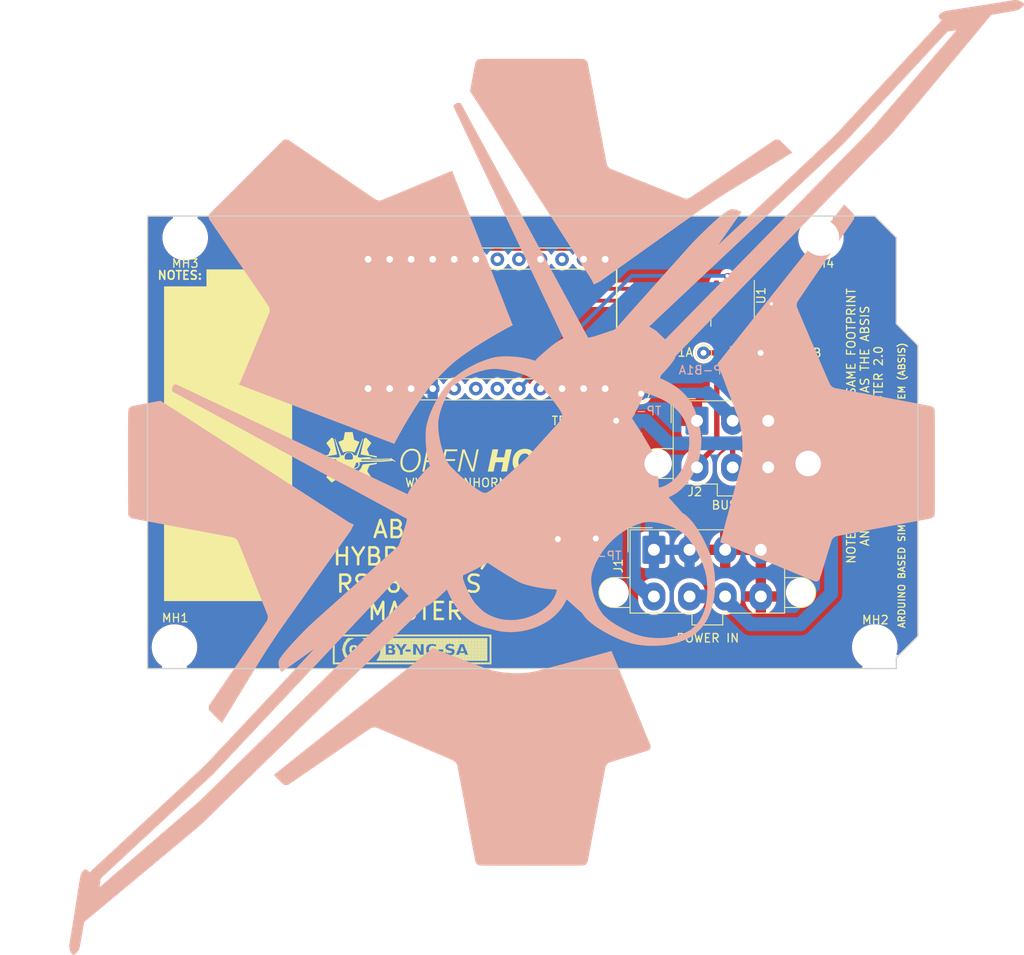
<source format=kicad_pcb>
(kicad_pcb (version 20221018) (generator pcbnew)
  (title_block (title "ABSIS HID Bus Master") (date "2023-02-10") (rev "2") (company "www.openhornet.com") (comment 1 "License:  CC BY-NC-SA"))
  (layers (0 "F.Cu" signal) (31 "B.Cu" signal) (34 "B.Paste" user) (35 "F.Paste" user) (36 "B.SilkS" user "B.Silkscreen") (37 "F.SilkS" user "F.Silkscreen") (38 "B.Mask" user) (39 "F.Mask" user) (44 "Edge.Cuts" user))
  (net 0 "")
  (net 1 "GND")
  (net 2 "+5V")
  (net 3 "/+12V_SUPPLY")
  (net 4 "/+5V_SUPPLY")
  (net 5 "/+3.3V_SUPPLY")
  (net 6 "/BUS1-A")
  (net 7 "/BUS1-B")
  (net 10 "/RST")
  (net 14 "/~{D5}")
  (net 24 "/RX1_D0")
  (net 26 "/TX0_D1")
  (footprint "OH_Footprints:MountingHole_6-32_PHS" (layer "F.Cu") (at 117.348 119.126)
    (fp_text reference "MH1" (at 0.085 -3.42) (layer "F.SilkS"))
    (fp_text value "6x32 / 4mm" hide)
    (pad "" np_thru_hole circle (at 0 0) (size 4.3 4.3) (drill 4.3) (layers "F&B.Cu" "*.Mask") (clearance 0.54))
  )
  (footprint "OH_Footprints:MountingHole_6-32_PHS" (layer "F.Cu") (at 199.898 119.126)
    (fp_text reference "MH2" (at 0.065 -3.19) (layer "F.SilkS"))
    (fp_text value "6x32 / 4mm" hide)
    (pad "" np_thru_hole circle (at 0 0) (size 4.3 4.3) (drill 4.3) (layers "F&B.Cu" "*.Mask") (clearance 0.54))
  )
  (footprint "OH_Footprints:MountingHole_6-32_PHS" (layer "F.Cu") (at 118.618 70.866)
    (fp_text reference "MH3" (at 0 3.048) (layer "F.SilkS"))
    (fp_text value "6x32 / 4mm" hide)
    (pad "" np_thru_hole circle (at 0 0) (size 4.3 4.3) (drill 4.3) (layers "F&B.Cu" "*.Mask") (clearance 0.54))
  )
  (footprint "OH_Footprints:MountingHole_6-32_PHS" (layer "F.Cu") (at 193.548 70.866)
    (fp_text reference "MH4" (at 0 3.048) (layer "F.SilkS"))
    (fp_text value "6x32 / 4mm" hide)
    (pad "" np_thru_hole circle (at 0 0) (size 4.3 4.3) (drill 4.3) (layers "F&B.Cu" "*.Mask") (clearance 0.54))
  )
  (footprint "OH_Footprints:TestPoint_THTPad_D1.5mm_Drill0.7mm" (layer "F.Cu") (at 179.705 84.455)
    (fp_text reference "TP6" hide)
    (fp_text value "TestPoint" hide)
    (fp_text user "${Silkscreen}" (at 0 2.032) (layer "B.SilkS") (effects (justify mirror)))
    (fp_text user "${Silkscreen}" (at -4.152 -0.059) (layer "F.SilkS"))
    (pad "1" thru_hole circle (at 0 0) (size 1.5 1.5) (drill 0.7) (layers "*.Cu" "*.Mask") (net 6 "/BUS1-A"))
  )
  (footprint "OH_Footprints:SOIC-8_3.9x4.9mm_P1.27mm" (layer "F.Cu") (at 183.134 79.375 -90)
    (fp_text reference "U1" (at -1.669 -3.359 -90) (layer "F.SilkS"))
    (fp_text value "MAX487EESA+T")
    (pad "1" smd roundrect (at -2.475 -1.905 270) (size 1.95 0.6) (layers "F.Cu" "F.Paste" "F.Mask") (net 24 "/RX1_D0"))
    (pad "2" smd roundrect (at -2.475 -0.635 270) (size 1.95 0.6) (layers "F.Cu" "F.Paste" "F.Mask") (net 14 "/~{D5}"))
    (pad "3" smd roundrect (at -2.475 0.635 270) (size 1.95 0.6) (layers "F.Cu" "F.Paste" "F.Mask") (net 14 "/~{D5}"))
    (pad "4" smd roundrect (at -2.475 1.905 270) (size 1.95 0.6) (layers "F.Cu" "F.Paste" "F.Mask") (net 26 "/TX0_D1"))
    (pad "5" smd roundrect (at 2.475 1.905 270) (size 1.95 0.6) (layers "F.Cu" "F.Paste" "F.Mask") (net 1 "GND"))
    (pad "6" smd roundrect (at 2.475 0.635 270) (size 1.95 0.6) (layers "F.Cu" "F.Paste" "F.Mask") (net 6 "/BUS1-A"))
    (pad "7" smd roundrect (at 2.475 -0.635 270) (size 1.95 0.6) (layers "F.Cu" "F.Paste" "F.Mask") (net 7 "/BUS1-B"))
    (pad "8" smd roundrect (at 2.475 -1.905 270) (size 1.95 0.6) (layers "F.Cu" "F.Paste" "F.Mask") (net 2 "+5V"))
  )
  (footprint "OH_Footprints:R_0805_2012Metric_Pad1.15x1.40mm_HandSolder" (layer "F.Cu") (at 183.134 84.455)
    (fp_text reference "R1" (at -0.071 1.651) (layer "F.SilkS"))
    (fp_text value "120")
    (pad "1" smd roundrect (at -1.025 0) (size 1.15 1.4) (layers "F.Cu" "F.Paste" "F.Mask") (roundrect_rratio 0.2173904348) (net 6 "/BUS1-A"))
    (pad "2" smd roundrect (at 1.025 0) (size 1.15 1.4) (layers "F.Cu" "F.Paste" "F.Mask") (roundrect_rratio 0.2173904348) (net 7 "/BUS1-B"))
  )
  (footprint "OH_Footprints:TestPoint_THTPad_D1.5mm_Drill0.7mm" (layer "F.Cu") (at 186.436 84.455)
    (fp_text reference "TP5" hide)
    (fp_text value "TestPoint" hide)
    (fp_text user "${Silkscreen}" (at 0 2.032) (layer "B.SilkS") (effects (justify mirror)))
    (fp_text user "${Silkscreen}" (at 4.197 0.001) (layer "F.SilkS"))
    (pad "1" thru_hole circle (at 0 0) (size 1.5 1.5) (drill 0.7) (layers "*.Cu" "*.Mask") (net 7 "/BUS1-B"))
  )
  (footprint "OH_Footprints:C_0805_2012Metric" (layer "F.Cu") (at 187.706 80.899 90)
    (fp_text reference "C1" (at -0.017 1.737 90) (layer "F.SilkS"))
    (fp_text value "0.1uF")
    (pad "1" smd roundrect (at -0.95 0 90) (size 1 1.45) (layers "F.Cu" "F.Paste" "F.Mask") (net 2 "+5V"))
    (pad "2" smd roundrect (at 0.95 0 90) (size 1 1.45) (layers "F.Cu" "F.Paste" "F.Mask") (net 1 "GND"))
  )
  (footprint "OH_Footprints:Molex_Mini-Fit_Jr_5566-08A2_2x04_P4.20mm_Vertical" (layer "F.Cu") (at 173.863 107.666)
    (fp_text reference "J1" (at -4.191 1.905 90) (layer "F.SilkS"))
    (fp_text value "Molex_Mini-Fit_Jr._2x04" hide)
    (fp_text user "${Silkscreen}" (at 6.35 10.414) (layer "F.SilkS"))
    (pad "" np_thru_hole circle (at -4.7 5.04) (size 3 3) (drill 3) (layers "*.Cu" "*.Mask"))
    (pad "" np_thru_hole circle (at 17.3 5.04) (size 3 3) (drill 3) (layers "*.Cu" "*.Mask"))
    (pad "1" thru_hole roundrect (at 0 0) (size 2.7 3.3) (drill 1.4) (layers "*.Cu" "*.Mask") (roundrect_rratio 0.09259296296) (net 1 "GND"))
    (pad "2" thru_hole oval (at 4.2 0) (size 2.7 3.3) (drill 1.4) (layers "*.Cu" "*.Mask") (net 1 "GND"))
    (pad "3" thru_hole oval (at 8.4 0) (size 2.7 3.3) (drill 1.4) (layers "*.Cu" "*.Mask") (net 3 "/+12V_SUPPLY"))
    (pad "4" thru_hole oval (at 12.6 0) (size 2.7 3.3) (drill 1.4) (layers "*.Cu" "*.Mask") (net 3 "/+12V_SUPPLY"))
    (pad "5" thru_hole oval (at 0 5.5) (size 2.7 3.3) (drill 1.4) (layers "*.Cu" "*.Mask") (net 5 "/+3.3V_SUPPLY"))
    (pad "6" thru_hole oval (at 4.2 5.5) (size 2.7 3.3) (drill 1.4) (layers "*.Cu" "*.Mask") (net 4 "/+5V_SUPPLY"))
    (pad "7" thru_hole oval (at 8.4 5.5) (size 2.7 3.3) (drill 1.4) (layers "*.Cu" "*.Mask") (net 4 "/+5V_SUPPLY"))
    (pad "8" thru_hole oval (at 12.6 5.5) (size 2.7 3.3) (drill 1.4) (layers "*.Cu" "*.Mask") (net 3 "/+12V_SUPPLY"))
  )
  (footprint "OH_Footprints:Molex_Mini-Fit_Jr_5566-06A2_2x03_P4.20mm_Vertical" (layer "F.Cu") (at 178.943 92.456)
    (fp_text reference "J2" (at -0.254 8.382) (layer "F.SilkS"))
    (fp_text value "Mini-Fit Jr. 2x03")
    (fp_text user "${Silkscreen}" (at 4.59 9.95) (layer "F.SilkS"))
    (pad "" np_thru_hole circle (at -4.7 5.04) (size 3 3) (drill 3) (layers "*.Cu" "*.Mask"))
    (pad "" np_thru_hole circle (at 13.1 5.04) (size 3 3) (drill 3) (layers "*.Cu" "*.Mask"))
    (pad "1" thru_hole roundrect (at 0 0) (size 2.7 3.3) (drill 1.4) (layers "*.Cu" "*.Mask") (roundrect_rratio 0.09259296296) (net 3 "/+12V_SUPPLY"))
    (pad "2" thru_hole oval (at 4.2 0) (size 2.7 3.3) (drill 1.4) (layers "*.Cu" "*.Mask") (net 4 "/+5V_SUPPLY"))
    (pad "3" thru_hole oval (at 8.4 0) (size 2.7 3.3) (drill 1.4) (layers "*.Cu" "*.Mask") (net 5 "/+3.3V_SUPPLY"))
    (pad "4" thru_hole oval (at 0 5.5) (size 2.7 3.3) (drill 1.4) (layers "*.Cu" "*.Mask") (net 6 "/BUS1-A"))
    (pad "5" thru_hole oval (at 4.2 5.5) (size 2.7 3.3) (drill 1.4) (layers "*.Cu" "*.Mask") (net 7 "/BUS1-B"))
    (pad "6" thru_hole oval (at 8.4 5.5) (size 2.7 3.3) (drill 1.4) (layers "*.Cu" "*.Mask") (net 1 "GND"))
  )
  (footprint "OH_Footprints:LOGO_OH_Text_Small" (layer "F.Cu") (at 151.233 96.766)
    (fp_text reference "LOGO2" hide)
    (fp_text value "LOGO" hide)
  )
  (footprint "OH_Footprints:LOGO_CC-BY-NC-SA_Half_Small" (layer "F.Cu") (at 136.0205 117.6585)
    (fp_text reference "LOGO3" hide)
    (fp_text value "LOGO" hide)
  )
  (footprint "OH_Footprints:TestPoint_THTPad_D1.5mm_Drill0.7mm" (layer "F.Cu") (at 162.543 106.406)
    (fp_text reference "TP1" hide)
    (fp_text value "TestPoint" hide)
    (fp_text user "${Silkscreen}" (at 0 2.032) (layer "B.SilkS") (effects (justify mirror)))
    (fp_text user "${Silkscreen}" (at -0.01 1.89) (layer "F.SilkS"))
    (pad "1" thru_hole circle (at 0 0) (size 1.5 1.5) (drill 0.7) (layers "*.Cu" "*.Mask") (net 3 "/+12V_SUPPLY"))
  )
  (footprint "OH_Footprints:DIP-24_W15.24mm_Socket" (layer "F.Cu") (at 140.173 88.666 90)
    (fp_text reference "U0" (at 7.62 -2.33 90) (layer "F.SilkS"))
    (fp_text value "ProMicro_5V/16Hz")
    (pad "1" thru_hole rect (at 0 0 90) (size 1.6 1.6) (drill 0.8) (layers "*.Cu" "*.Mask") (net 26 "/TX0_D1"))
    (pad "2" thru_hole oval (at 0 2.54 90) (size 1.6 1.6) (drill 0.8) (layers "*.Cu" "*.Mask") (net 24 "/RX1_D0"))
    (pad "3" thru_hole oval (at 0 5.08 90) (size 1.6 1.6) (drill 0.8) (layers "*.Cu" "*.Mask") (net 1 "GND"))
    (pad "4" thru_hole oval (at 0 7.62 90) (size 1.6 1.6) (drill 0.8) (layers "*.Cu" "*.Mask") (net 1 "GND"))
    (pad "5" thru_hole oval (at 0 10.16 90) (size 1.6 1.6) (drill 0.8) (layers "*.Cu" "*.Mask"))
    (pad "6" thru_hole oval (at 0 12.7 90) (size 1.6 1.6) (drill 0.8) (layers "*.Cu" "*.Mask"))
    (pad "7" thru_hole oval (at 0 15.24 90) (size 1.6 1.6) (drill 0.8) (layers "*.Cu" "*.Mask"))
    (pad "8" thru_hole oval (at 0 17.78 90) (size 1.6 1.6) (drill 0.8) (layers "*.Cu" "*.Mask") (net 14 "/~{D5}"))
    (pad "9" thru_hole oval (at 0 20.32 90) (size 1.6 1.6) (drill 0.8) (layers "*.Cu" "*.Mask"))
    (pad "10" thru_hole oval (at 0 22.86 90) (size 1.6 1.6) (drill 0.8) (layers "*.Cu" "*.Mask"))
    (pad "11" thru_hole oval (at 0 25.4 90) (size 1.6 1.6) (drill 0.8) (layers "*.Cu" "*.Mask"))
    (pad "12" thru_hole oval (at 0 27.94 90) (size 1.6 1.6) (drill 0.8) (layers "*.Cu" "*.Mask"))
    (pad "13" thru_hole oval (at 15.24 27.94 90) (size 1.6 1.6) (drill 0.8) (layers "*.Cu" "*.Mask"))
    (pad "14" thru_hole oval (at 15.24 25.4 90) (size 1.6 1.6) (drill 0.8) (layers "*.Cu" "*.Mask"))
    (pad "15" thru_hole oval (at 15.24 22.86 90) (size 1.6 1.6) (drill 0.8) (layers "*.Cu" "*.Mask"))
    (pad "16" thru_hole oval (at 15.24 20.32 90) (size 1.6 1.6) (drill 0.8) (layers "*.Cu" "*.Mask"))
    (pad "17" thru_hole oval (at 15.24 17.78 90) (size 1.6 1.6) (drill 0.8) (layers "*.Cu" "*.Mask"))
    (pad "18" thru_hole oval (at 15.24 15.24 90) (size 1.6 1.6) (drill 0.8) (layers "*.Cu" "*.Mask"))
    (pad "19" thru_hole oval (at 15.24 12.7 90) (size 1.6 1.6) (drill 0.8) (layers "*.Cu" "*.Mask"))
    (pad "20" thru_hole oval (at 15.24 10.16 90) (size 1.6 1.6) (drill 0.8) (layers "*.Cu" "*.Mask"))
    (pad "21" thru_hole oval (at 15.24 7.62 90) (size 1.6 1.6) (drill 0.8) (layers "*.Cu" "*.Mask") (net 2 "+5V"))
    (pad "22" thru_hole oval (at 15.24 5.08 90) (size 1.6 1.6) (drill 0.8) (layers "*.Cu" "*.Mask") (net 10 "/RST"))
    (pad "23" thru_hole oval (at 15.24 2.54 90) (size 1.6 1.6) (drill 0.8) (layers "*.Cu" "*.Mask") (net 1 "GND"))
    (pad "24" thru_hole oval (at 15.24 0 90) (size 1.6 1.6) (drill 0.8) (layers "*.Cu" "*.Mask") (net 3 "/+12V_SUPPLY"))
  )
  (footprint "OH_Footprints:TestPoint_THTPad_D1.5mm_Drill0.7mm" (layer "F.Cu") (at 167.013 106.336)
    (fp_text reference "TP4" hide)
    (fp_text value "TestPoint" hide)
    (fp_text user "${Silkscreen}" (at 0 2.032) (layer "B.SilkS") (effects (justify mirror)))
    (fp_text user "${Silkscreen}" (at 0.208 -2.0765) (layer "F.SilkS"))
    (pad "1" thru_hole circle (at 0 0) (size 1.5 1.5) (drill 0.7) (layers "*.Cu" "*.Mask") (net 1 "GND"))
  )
  (footprint "OH_Footprints:TestPoint_THTPad_D1.5mm_Drill0.7mm" (layer "F.Cu") (at 172.343 89.266)
    (fp_text reference "TP2" hide)
    (fp_text value "TestPoint" hide)
    (fp_text user "${Silkscreen}" (at 0 2.032) (layer "B.SilkS") (effects (justify mirror)))
    (fp_text user "${Silkscreen}" (at -0.005 -1.775) (layer "F.SilkS"))
    (pad "1" thru_hole circle (at 0 0) (size 1.5 1.5) (drill 0.7) (layers "*.Cu" "*.Mask") (net 4 "/+5V_SUPPLY"))
  )
  (footprint "OH_Footprints:TestPoint_THTPad_D1.5mm_Drill0.7mm" (layer "F.Cu") (at 169.418 92.456)
    (fp_text reference "TP3" hide)
    (fp_text value "TestPoint" hide)
    (fp_text user "${Silkscreen}" (at 0 2.032) (layer "B.SilkS") (effects (justify mirror)))
    (fp_text user "${Silkscreen}" (at -4.485 0.01) (layer "F.SilkS"))
    (pad "1" thru_hole circle (at 0 0) (size 1.5 1.5) (drill 0.7) (layers "*.Cu" "*.Mask") (net 5 "/+3.3V_SUPPLY"))
  )
  (footprint "OH_Footprints:LOGO_OH_NoText_Large" (layer "B.Cu") (at 162.179 100.076 -135)
    (fp_text reference "LOGO1" hide)
    (fp_text value "LOGO" hide)
  )
  (gr_poly (pts (xy 146.618 81.031) (xy 145.618 81.031) (xy 146.618 80.031)) (stroke (width 0.1)) (fill solid) (layer "F.SilkS"))
  (gr_poly (pts (xy 146.618 82.031) (xy 145.618 81.031) (xy 146.618 81.031)) (stroke (width 0.1)) (fill solid) (layer "F.SilkS"))
  (gr_line (start 145.618 81.031) (end 148.618 81.031) (stroke (width 0.15)) (layer "F.SilkS"))
  (gr_poly (pts (xy 131.173 113.666) (xy 116.173 113.666) (xy 116.173 76.666) (xy 121.173 76.666) (xy 121.173 74.666) (xy 131.173 74.666)) (stroke (width 0.1)) (fill solid) (layer "F.SilkS"))
  (gr_line (start 114.173 68.326) (end 199.898 68.326) (stroke (width 0.15)) (layer "Edge.Cuts"))
  (gr_line (start 114.173 121.666) (end 202.438 121.666) (stroke (width 0.15)) (layer "Edge.Cuts"))
  (gr_line (start 114.173 121.666) (end 114.173 68.326) (stroke (width 0.15)) (layer "Edge.Cuts"))
  (gr_line (start 202.438 120.396) (end 202.438 121.666) (stroke (width 0.15)) (layer "Edge.Cuts"))
  (gr_line (start 204.978 117.856) (end 202.438 120.396) (stroke (width 0.15)) (layer "Edge.Cuts"))
  (gr_line (start 204.978 83.566) (end 204.978 117.856) (stroke (width 0.15)) (layer "Edge.Cuts"))
  (gr_line (start 202.438 81.026) (end 204.978 83.566) (stroke (width 0.15)) (layer "Edge.Cuts"))
  (gr_line (start 202.438 70.866) (end 202.438 81.026) (stroke (width 0.15)) (layer "Edge.Cuts"))
  (gr_line (start 199.898 68.326) (end 202.438 70.866) (stroke (width 0.15)) (layer "Edge.Cuts"))
  (gr_text "USB" (at 150.618 81.031) (layer "F.SilkS") (effects (font (size 1 1))))
  (gr_text "WWW.OPENHORNET.COM" (at 153.233 99.766) (layer "F.SilkS") (effects (font (size 1 1))))
  (gr_text "1" (at 140.173 90.666 90) (layer "F.SilkS") (effects (font (size 1 1))))
  (gr_text "REV: 2" (at 157.103 101.136) (layer "F.SilkS") (effects (font (size 1 1))))
  (gr_text "ABSIS \nHYBRID HID/\nRS485 BUS \nMASTER" (at 145.763 110.076) (layer "F.SilkS") (effects (font (size 2 2) (thickness 0.3))))
  (gr_text "ARDUINO BASED SIMULATOR INTERFACE SYSTEM (ABSIS)" (at 203.073 100.076 90) (layer "F.SilkS") (effects (font (size 0.8 0.8))))
  (gr_text "NOTES:" (at 117.983 75.311) (layer "F.SilkS") (effects (font (size 1 1) (thickness 0.2))))
  (gr_text "NOTE: THIS PCB HAS THE SAME FOOTPRINT \nAND MOUNTING POINTS AS THE ABSIS \nRS485 BUS MASTER 2.0" (at 198.723 92.686 90) (layer "F.SilkS") (effects (font (size 1 1))))
  (segment (start 182.13 79.874) (end 181.229 80.775) (width 0.635) (layer "F.Cu") (net 1))
  (segment (start 187.706 79.874) (end 182.13 79.874) (width 0.635) (layer "F.Cu") (net 1))
  (segment (start 181.229 80.775) (end 181.229 81.85) (width 0.635) (layer "F.Cu") (net 1))
  (segment (start 187.706 79.874) (end 187.706 78.6765) (width 0.635) (layer "F.Cu") (net 1))
  (via (at 187.706 78.6765) (size 0.6) (drill 0.4) (layers "F.Cu" "B.Cu") (net 1))
  (segment (start 187.706 81.924) (end 188.506 81.924) (width 0.9144) (layer "F.Cu") (net 2))
  (segment (start 188.506 81.924) (end 189.393 81.037) (width 0.9144) (layer "F.Cu") (net 2))
  (segment (start 189.393 74.886) (end 186.475799 71.968799) (width 0.9144) (layer "F.Cu") (net 2))
  (segment (start 189.393 81.037) (end 189.393 74.886) (width 0.9144) (layer "F.Cu") (net 2))
  (segment (start 186.475799 71.968799) (end 149.250201 71.968799) (width 0.9144) (layer "F.Cu") (net 2))
  (segment (start 149.250201 71.968799) (end 147.793 73.426) (width 0.9144) (layer "F.Cu") (net 2))
  (segment (start 185.039 81.85) (end 187.632 81.85) (width 0.635) (layer "F.Cu") (net 2))
  (segment (start 194.752001 112.835945) (end 191.146346 116.4416) (width 1.6256) (layer "B.Cu") (net 4))
  (segment (start 183.143 92.156) (end 186.1186 89.1804) (width 1.6256) (layer "B.Cu") (net 4))
  (segment (start 186.1186 89.1804) (end 187.708917 89.1804) (width 1.6256) (layer "B.Cu") (net 4))
  (segment (start 178.063 113.166) (end 182.263 113.166) (width 1.6256) (layer "B.Cu") (net 4))
  (segment (start 194.752001 96.223484) (end 194.752001 112.835945) (width 1.6256) (layer "B.Cu") (net 4))
  (segment (start 185.2386 116.4416) (end 182.263 113.466) (width 1.6256) (layer "B.Cu") (net 4))
  (segment (start 187.708917 89.1804) (end 194.752001 96.223484) (width 1.6256) (layer "B.Cu") (net 4))
  (segment (start 180.1674 89.1804) (end 172.0586 89.1804) (width 1.2192) (layer "B.Cu") (net 4))
  (segment (start 180.1674 89.1804) (end 183.143 92.156) (width 1.6256) (layer "B.Cu") (net 4))
  (segment (start 191.146346 116.4416) (end 185.2386 116.4416) (width 1.6256) (layer "B.Cu") (net 4))
  (segment (start 171.50019 92.69669) (end 171.50019 111.324244) (width 1.6256) (layer "B.Cu") (net 5))
  (segment (start 175.584756 95.11881) (end 184.68019 95.11881) (width 1.6256) (layer "B.Cu") (net 5))
  (segment (start 169.418 92.456) (end 171.2595 92.456) (width 1.2192) (layer "B.Cu") (net 5))
  (segment (start 171.50019 111.324244) (end 173.341946 113.166) (width 1.6256) (layer "B.Cu") (net 5))
  (segment (start 184.68019 95.11881) (end 187.343 92.456) (width 1.6256) (layer "B.Cu") (net 5))
  (segment (start 171.2595 92.456) (end 172.921946 92.456) (width 1.6256) (layer "B.Cu") (net 5))
  (segment (start 171.2595 92.456) (end 171.50019 92.69669) (width 1.6256) (layer "B.Cu") (net 5))
  (segment (start 172.921946 92.456) (end 175.584756 95.11881) (width 1.6256) (layer "B.Cu") (net 5))
  (segment (start 182.499 81.85) (end 182.499 84.065) (width 0.635) (layer "F.Cu") (net 6))
  (segment (start 182.499 84.065) (end 182.109 84.455) (width 0.635) (layer "F.Cu") (net 6))
  (segment (start 181.27549 95.32351) (end 178.943 97.656) (width 0.635) (layer "F.Cu") (net 6))
  (segment (start 181.27549 85.28851) (end 181.27549 95.32351) (width 0.635) (layer "F.Cu") (net 6))
  (segment (start 182.109 84.455) (end 179.705 84.455) (width 0.635) (layer "F.Cu") (net 6))
  (segment (start 182.109 84.455) (end 181.27549 85.28851) (width 0.635) (layer "F.Cu") (net 6))
  (segment (start 183.143 95.671) (end 183.143 97.956) (width 0.635) (layer "F.Cu") (net 7))
  (segment (start 184.159 84.455) (end 185.01051 85.30651) (width 0.635) (layer "F.Cu") (net 7))
  (segment (start 185.01051 85.30651) (end 185.01051 93.80349) (width 0.635) (layer "F.Cu") (net 7))
  (segment (start 185.01051 93.80349) (end 183.143 95.671) (width 0.635) (layer "F.Cu") (net 7))
  (segment (start 186.436 84.455) (end 184.159 84.455) (width 0.635) (layer "F.Cu") (net 7))
  (segment (start 183.769 84.065) (end 184.159 84.455) (width 0.635) (layer "F.Cu") (net 7))
  (segment (start 183.769 81.85) (end 183.769 84.065) (width 0.635) (layer "F.Cu") (net 7))
  (segment (start 182.499 75.3745) (end 182.499 76.9) (width 0.635) (layer "F.Cu") (net 14))
  (segment (start 183.769 75.3745) (end 182.499 75.3745) (width 0.635) (layer "F.Cu") (net 14))
  (segment (start 183.769 76.9) (end 183.769 75.3745) (width 0.635) (layer "F.Cu") (net 14))
  (via (at 182.499 75.3745) (size 0.6) (drill 0.4) (layers "F.Cu" "B.Cu") (net 14))
  (segment (start 171.2445 75.3745) (end 157.953 88.666) (width 0.4572) (layer "B.Cu") (net 14))
  (segment (start 182.499 75.3745) (end 171.2445 75.3745) (width 0.4572) (layer "B.Cu") (net 14))
  (segment (start 153.07539 78.30361) (end 184.61039 78.30361) (width 0.4572) (layer "F.Cu") (net 24))
  (segment (start 184.61039 78.30361) (end 185.039 77.875) (width 0.4572) (layer "F.Cu") (net 24))
  (segment (start 142.713 88.666) (end 153.07539 78.30361) (width 0.4572) (layer "F.Cu") (net 24))
  (segment (start 185.039 77.875) (end 185.039 76.9) (width 0.4572) (layer "F.Cu") (net 24))
  (segment (start 151.939 76.9) (end 140.173 88.666) (width 0.4572) (layer "F.Cu") (net 26))
  (segment (start 181.229 76.9) (end 151.939 76.9) (width 0.4572) (layer "F.Cu") (net 26))
  (zone (net 3) (net_name "/+12V_SUPPLY") (layer "F.Cu") (connect_pads (clearance 0.508)) (min_thickness 0.254) (fill yes (thermal_gap 0.508) (thermal_bridge_width 1.219))
    (polygon (pts (xy 114.173 68.326) (xy 199.898 68.326) (xy 202.438 70.866) (xy 202.438 81.026) (xy 204.978 83.566) (xy 204.978 117.856) (xy 202.438 120.396) (xy 202.438 121.666) (xy 114.173 121.666)))
  )
  (zone (net 1) (net_name "GND") (layer "B.Cu") (connect_pads (clearance 0.508)) (min_thickness 0.254) (fill yes (thermal_gap 0.508) (thermal_bridge_width 1.219))
    (polygon (pts (xy 114.173 68.326) (xy 199.898 68.326) (xy 202.438 70.866) (xy 202.438 81.026) (xy 204.978 83.566) (xy 204.978 117.856) (xy 202.438 120.396) (xy 202.438 121.666) (xy 114.173 121.666)))
  )
)
</source>
